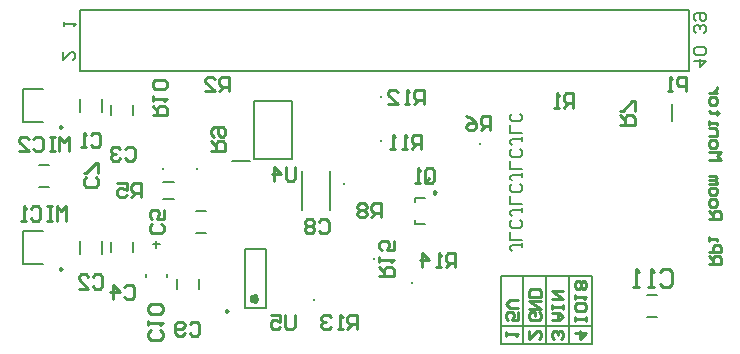
<source format=gbo>
G04*
G04 #@! TF.GenerationSoftware,Altium Limited,Altium Designer,22.3.1 (43)*
G04*
G04 Layer_Color=32896*
%FSLAX25Y25*%
%MOIN*%
G70*
G04*
G04 #@! TF.SameCoordinates,CFB6BFBE-1D4E-4C59-BBC9-44663F7F7C7A*
G04*
G04*
G04 #@! TF.FilePolarity,Positive*
G04*
G01*
G75*
%ADD10C,0.00787*%
%ADD11C,0.00787*%
%ADD13C,0.00591*%
%ADD14C,0.00984*%
%ADD15C,0.01000*%
%ADD77C,0.01575*%
%ADD78C,0.00600*%
D10*
X166890Y3032D02*
X197047D01*
X166890Y9252D02*
X197047D01*
Y3032D02*
Y9252D01*
X166890Y3032D02*
Y9252D01*
Y3071D02*
X197008D01*
X166890Y25709D02*
X197008D01*
Y3071D02*
Y25709D01*
X166890Y3071D02*
Y25709D01*
X53976Y57008D02*
X57913D01*
X53976Y51496D02*
X57913D01*
X215341Y19524D02*
X218675D01*
X215341Y12208D02*
X218675D01*
X26476Y94035D02*
X229429D01*
Y114626D01*
X26476D02*
X229429D01*
X26476Y94035D02*
Y114626D01*
X84488Y64724D02*
X97087D01*
Y84016D01*
X84488D02*
X97087D01*
X84488Y64724D02*
Y84016D01*
X77008Y64114D02*
X83110D01*
X81299Y34843D02*
X88386D01*
X81299Y15157D02*
X88386D01*
Y34843D01*
X81299Y15157D02*
Y34843D01*
X223622Y77559D02*
Y83071D01*
X138209Y43268D02*
Y44646D01*
Y43268D02*
X141358D01*
X138209Y50551D02*
Y51929D01*
X141358D01*
X189370Y3622D02*
Y25669D01*
X174252Y3150D02*
Y25669D01*
X181772Y3071D02*
Y25630D01*
X55394Y25492D02*
Y26398D01*
X48307Y25492D02*
Y26398D01*
X50669Y36378D02*
X53031D01*
X51850Y35197D02*
Y37559D01*
X66059Y21522D02*
Y24856D01*
X58744Y21522D02*
Y24856D01*
X7477Y88051D02*
X14194D01*
X7477Y77224D02*
Y88051D01*
Y77224D02*
X14194D01*
X100519Y47665D02*
Y60681D01*
X109796Y47665D02*
Y60681D01*
X26575Y33307D02*
Y37638D01*
X33661Y33307D02*
Y37638D01*
X7477Y40768D02*
X14194D01*
X7477Y29941D02*
Y40768D01*
Y29941D02*
X14194D01*
X12821Y55437D02*
X16155D01*
X12821Y62752D02*
X16155D01*
X26575Y80630D02*
Y84961D01*
X33661Y80630D02*
Y84961D01*
X36814Y79593D02*
Y82927D01*
X44130Y79593D02*
Y82927D01*
X65026Y47516D02*
X68360D01*
X65026Y40200D02*
X68360D01*
X36814Y33766D02*
Y37100D01*
X44130Y33766D02*
Y37100D01*
D11*
X54055Y61555D02*
D03*
X65512Y61594D02*
D03*
X126713Y85354D02*
D03*
Y70906D02*
D03*
X114469Y56575D02*
D03*
X159685Y69744D02*
D03*
X124469Y31535D02*
D03*
X137146Y23425D02*
D03*
X104508Y17874D02*
D03*
D13*
X173818Y36679D02*
Y35367D01*
Y36023D01*
X170538D01*
X169882Y35367D01*
Y34711D01*
X170538Y34055D01*
X173818Y37991D02*
X169882D01*
Y40615D01*
X173162Y44550D02*
X173818Y43894D01*
Y42582D01*
X173162Y41927D01*
X170538D01*
X169882Y42582D01*
Y43894D01*
X170538Y44550D01*
X173818Y48486D02*
Y47174D01*
Y47830D01*
X170538D01*
X169882Y47174D01*
Y46518D01*
X170538Y45862D01*
X173818Y49798D02*
X169882D01*
Y52422D01*
X173162Y56358D02*
X173818Y55702D01*
Y54390D01*
X173162Y53734D01*
X170538D01*
X169882Y54390D01*
Y55702D01*
X170538Y56358D01*
X173818Y60293D02*
Y58981D01*
Y59637D01*
X170538D01*
X169882Y58981D01*
Y58325D01*
X170538Y57670D01*
X173818Y61605D02*
X169882D01*
Y64229D01*
X173162Y68165D02*
X173818Y67509D01*
Y66197D01*
X173162Y65541D01*
X170538D01*
X169882Y66197D01*
Y67509D01*
X170538Y68165D01*
X173818Y72101D02*
Y70789D01*
Y71445D01*
X170538D01*
X169882Y70789D01*
Y70133D01*
X170538Y69477D01*
X173818Y73413D02*
X169882D01*
Y76036D01*
X173162Y79972D02*
X173818Y79316D01*
Y78004D01*
X173162Y77348D01*
X170538D01*
X169882Y78004D01*
Y79316D01*
X170538Y79972D01*
D14*
X75886Y14153D02*
X75148Y14580D01*
Y13727D01*
X75886Y14153D01*
X145098Y53701D02*
X144360Y54127D01*
Y53275D01*
X145098Y53701D01*
X20469Y75453D02*
X19731Y75879D01*
Y75027D01*
X20469Y75453D01*
Y28169D02*
X19731Y28596D01*
Y27743D01*
X20469Y28169D01*
D15*
X236039Y29740D02*
X239975D01*
Y31708D01*
X239319Y32364D01*
X238007D01*
X237351Y31708D01*
Y29740D01*
Y31052D02*
X236039Y32364D01*
Y33676D02*
X239975D01*
Y35644D01*
X239319Y36300D01*
X238007D01*
X237351Y35644D01*
Y33676D01*
X236039Y37612D02*
Y38923D01*
Y38268D01*
X238663D01*
Y37612D01*
X236039Y44827D02*
X239975D01*
Y46795D01*
X239319Y47451D01*
X238007D01*
X237351Y46795D01*
Y44827D01*
Y46139D02*
X236039Y47451D01*
Y49419D02*
Y50731D01*
X236695Y51387D01*
X238007D01*
X238663Y50731D01*
Y49419D01*
X238007Y48763D01*
X236695D01*
X236039Y49419D01*
Y53355D02*
Y54667D01*
X236695Y55322D01*
X238007D01*
X238663Y54667D01*
Y53355D01*
X238007Y52699D01*
X236695D01*
X236039Y53355D01*
Y56634D02*
X238663D01*
Y57290D01*
X238007Y57946D01*
X236039D01*
X238007D01*
X238663Y58602D01*
X238007Y59258D01*
X236039D01*
Y64506D02*
X239975D01*
X238663Y65818D01*
X239975Y67130D01*
X236039D01*
Y69098D02*
Y70410D01*
X236695Y71065D01*
X238007D01*
X238663Y70410D01*
Y69098D01*
X238007Y68442D01*
X236695D01*
X236039Y69098D01*
Y72377D02*
X238663D01*
Y74345D01*
X238007Y75001D01*
X236039D01*
Y76313D02*
Y77625D01*
Y76969D01*
X238663D01*
Y76313D01*
X239319Y80249D02*
X238663D01*
Y79593D01*
Y80905D01*
Y80249D01*
X236695D01*
X236039Y80905D01*
Y83529D02*
Y84841D01*
X236695Y85496D01*
X238007D01*
X238663Y84841D01*
Y83529D01*
X238007Y82873D01*
X236695D01*
X236039Y83529D01*
X238663Y86808D02*
X236039D01*
X237351D01*
X238007Y87464D01*
X238663Y88120D01*
Y88776D01*
X195251Y10921D02*
Y12233D01*
Y11577D01*
X191315D01*
Y10921D01*
Y12233D01*
X195251Y16169D02*
Y14857D01*
X194595Y14201D01*
X191971D01*
X191315Y14857D01*
Y16169D01*
X191971Y16825D01*
X194595D01*
X195251Y16169D01*
X191315Y18137D02*
Y19449D01*
Y18793D01*
X195251D01*
X194595Y18137D01*
Y21417D02*
X195251Y22072D01*
Y23384D01*
X194595Y24040D01*
X193939D01*
X193283Y23384D01*
X192627Y24040D01*
X191971D01*
X191315Y23384D01*
Y22072D01*
X191971Y21417D01*
X192627D01*
X193283Y22072D01*
X193939Y21417D01*
X194595D01*
X193283Y22072D02*
Y23384D01*
X183638Y11000D02*
X186262D01*
X187574Y12312D01*
X186262Y13624D01*
X183638D01*
X185606D01*
Y11000D01*
X187574Y14936D02*
Y16248D01*
Y15592D01*
X183638D01*
Y14936D01*
Y16248D01*
Y18215D02*
X187574D01*
X183638Y20839D01*
X187574D01*
X179319Y13663D02*
X179975Y13007D01*
Y11695D01*
X179319Y11039D01*
X176695D01*
X176039Y11695D01*
Y13007D01*
X176695Y13663D01*
X178007D01*
Y12351D01*
X176039Y14975D02*
X179975D01*
X176039Y17599D01*
X179975D01*
Y18911D02*
X176039D01*
Y20879D01*
X176695Y21535D01*
X179319D01*
X179975Y20879D01*
Y18911D01*
X168520Y5882D02*
Y7194D01*
Y6538D01*
X172455D01*
X171800Y5882D01*
X186918Y4898D02*
X187574Y5554D01*
Y6865D01*
X186918Y7521D01*
X186262D01*
X185606Y6865D01*
Y6210D01*
Y6865D01*
X184950Y7521D01*
X184294D01*
X183638Y6865D01*
Y5554D01*
X184294Y4898D01*
X176039Y7521D02*
Y4898D01*
X178663Y7521D01*
X179319D01*
X179975Y6865D01*
Y5554D01*
X179319Y4898D01*
X191276Y6865D02*
X195211D01*
X193244Y4898D01*
Y7521D01*
X172455Y13742D02*
Y11118D01*
X170488D01*
X171143Y12430D01*
Y13086D01*
X170488Y13742D01*
X169176D01*
X168520Y13086D01*
Y11774D01*
X169176Y11118D01*
X172455Y15054D02*
X169832D01*
X168520Y16366D01*
X169832Y17678D01*
X172455D01*
X219704Y26999D02*
X220704Y27999D01*
X222703D01*
X223703Y26999D01*
Y23001D01*
X222703Y22001D01*
X220704D01*
X219704Y23001D01*
X217705Y22001D02*
X215705D01*
X216705D01*
Y27999D01*
X217705Y26999D01*
X212706Y22001D02*
X210707D01*
X211706D01*
Y27999D01*
X212706Y26999D01*
X141299Y57756D02*
Y60905D01*
X142086Y61692D01*
X143661D01*
X144448Y60905D01*
Y57756D01*
X143661Y56969D01*
X142086D01*
X142874Y58544D02*
X141299Y56969D01*
X142086D02*
X141299Y57756D01*
X139725Y56969D02*
X138151D01*
X138938D01*
Y61692D01*
X139725Y60905D01*
X97952Y12755D02*
Y8819D01*
X97164Y8032D01*
X95590D01*
X94803Y8819D01*
Y12755D01*
X90080D02*
X93229D01*
Y10394D01*
X91654Y11181D01*
X90867D01*
X90080Y10394D01*
Y8819D01*
X90867Y8032D01*
X92441D01*
X93229Y8819D01*
X98148Y62283D02*
Y58347D01*
X97361Y57560D01*
X95787D01*
X95000Y58347D01*
Y62283D01*
X91064Y57560D02*
Y62283D01*
X93426Y59921D01*
X90277D01*
X126261Y25711D02*
X130983D01*
Y28072D01*
X130196Y28859D01*
X128622D01*
X127835Y28072D01*
Y25711D01*
Y27285D02*
X126261Y28859D01*
Y30433D02*
Y32008D01*
Y31221D01*
X130983D01*
X130196Y30433D01*
X130983Y37518D02*
Y34369D01*
X128622D01*
X129409Y35943D01*
Y36731D01*
X128622Y37518D01*
X127048D01*
X126261Y36731D01*
Y35156D01*
X127048Y34369D01*
X151494Y28662D02*
Y33385D01*
X149133D01*
X148346Y32598D01*
Y31024D01*
X149133Y30237D01*
X151494D01*
X149920D02*
X148346Y28662D01*
X146771D02*
X145197D01*
X145984D01*
Y33385D01*
X146771Y32598D01*
X140474Y28662D02*
Y33385D01*
X142835Y31024D01*
X139687D01*
X118738Y8111D02*
Y12834D01*
X116377D01*
X115590Y12047D01*
Y10473D01*
X116377Y9685D01*
X118738D01*
X117164D02*
X115590Y8111D01*
X114015D02*
X112441D01*
X113228D01*
Y12834D01*
X114015Y12047D01*
X110080D02*
X109292Y12834D01*
X107718D01*
X106931Y12047D01*
Y11260D01*
X107718Y10473D01*
X108505D01*
X107718D01*
X106931Y9685D01*
Y8898D01*
X107718Y8111D01*
X109292D01*
X110080Y8898D01*
X140943Y83072D02*
Y87795D01*
X138582D01*
X137794Y87007D01*
Y85433D01*
X138582Y84646D01*
X140943D01*
X139369D02*
X137794Y83072D01*
X136220D02*
X134646D01*
X135433D01*
Y87795D01*
X136220Y87007D01*
X129136Y83072D02*
X132284D01*
X129136Y86220D01*
Y87007D01*
X129923Y87795D01*
X131497D01*
X132284Y87007D01*
X140156Y68111D02*
Y72834D01*
X137794D01*
X137007Y72047D01*
Y70472D01*
X137794Y69685D01*
X140156D01*
X138582D02*
X137007Y68111D01*
X135433D02*
X133859D01*
X134646D01*
Y72834D01*
X135433Y72047D01*
X131497Y68111D02*
X129923D01*
X130710D01*
Y72834D01*
X131497Y72047D01*
X50631Y79411D02*
X55354D01*
Y81773D01*
X54566Y82560D01*
X52992D01*
X52205Y81773D01*
Y79411D01*
Y80986D02*
X50631Y82560D01*
Y84134D02*
Y85708D01*
Y84921D01*
X55354D01*
X54566Y84134D01*
Y88070D02*
X55354Y88857D01*
Y90431D01*
X54566Y91219D01*
X51418D01*
X50631Y90431D01*
Y88857D01*
X51418Y88070D01*
X54566D01*
X70207Y67550D02*
X74930D01*
Y69912D01*
X74143Y70699D01*
X72569D01*
X71782Y69912D01*
Y67550D01*
Y69125D02*
X70207Y70699D01*
X70995Y72273D02*
X70207Y73061D01*
Y74635D01*
X70995Y75422D01*
X74143D01*
X74930Y74635D01*
Y73061D01*
X74143Y72273D01*
X73356D01*
X72569Y73061D01*
Y75422D01*
X126731Y45355D02*
Y50078D01*
X124370D01*
X123582Y49291D01*
Y47717D01*
X124370Y46929D01*
X126731D01*
X125157D02*
X123582Y45355D01*
X122008Y49291D02*
X121221Y50078D01*
X119647D01*
X118860Y49291D01*
Y48504D01*
X119647Y47717D01*
X118860Y46929D01*
Y46142D01*
X119647Y45355D01*
X121221D01*
X122008Y46142D01*
Y46929D01*
X121221Y47717D01*
X122008Y48504D01*
Y49291D01*
X121221Y47717D02*
X119647D01*
X206576Y76261D02*
X211298D01*
Y78623D01*
X210511Y79410D01*
X208937D01*
X208150Y78623D01*
Y76261D01*
Y77835D02*
X206576Y79410D01*
X211298Y80984D02*
Y84133D01*
X210511D01*
X207363Y80984D01*
X206576D01*
X163109Y74410D02*
Y79133D01*
X160748D01*
X159960Y78346D01*
Y76772D01*
X160748Y75985D01*
X163109D01*
X161535D02*
X159960Y74410D01*
X155237Y79133D02*
X156812Y78346D01*
X158386Y76772D01*
Y75197D01*
X157599Y74410D01*
X156025D01*
X155237Y75197D01*
Y75985D01*
X156025Y76772D01*
X158386D01*
X46731Y52009D02*
Y56731D01*
X44370D01*
X43582Y55944D01*
Y54370D01*
X44370Y53583D01*
X46731D01*
X45157D02*
X43582Y52009D01*
X38860Y56731D02*
X42008D01*
Y54370D01*
X40434Y55157D01*
X39647D01*
X38860Y54370D01*
Y52796D01*
X39647Y52009D01*
X41221D01*
X42008Y52796D01*
X76022Y87402D02*
Y92125D01*
X73661D01*
X72874Y91338D01*
Y89764D01*
X73661Y88977D01*
X76022D01*
X74448D02*
X72874Y87402D01*
X68151D02*
X71299D01*
X68151Y90551D01*
Y91338D01*
X68938Y92125D01*
X70512D01*
X71299Y91338D01*
X190826Y81969D02*
Y86692D01*
X188464D01*
X187677Y85905D01*
Y84331D01*
X188464Y83544D01*
X190826D01*
X189251D02*
X187677Y81969D01*
X186103D02*
X184529D01*
X185316D01*
Y86692D01*
X186103Y85905D01*
X22674Y67442D02*
Y72165D01*
X21100Y70590D01*
X19526Y72165D01*
Y67442D01*
X17952Y72165D02*
X16377D01*
X17165D01*
Y67442D01*
X17952D01*
X16377D01*
X10867Y71377D02*
X11654Y72165D01*
X13229D01*
X14016Y71377D01*
Y68229D01*
X13229Y67442D01*
X11654D01*
X10867Y68229D01*
X6144Y67442D02*
X9293D01*
X6144Y70590D01*
Y71377D01*
X6932Y72165D01*
X8506D01*
X9293Y71377D01*
X21809Y44292D02*
Y49015D01*
X20234Y47441D01*
X18660Y49015D01*
Y44292D01*
X17086Y49015D02*
X15511D01*
X16299D01*
Y44292D01*
X17086D01*
X15511D01*
X10001Y48228D02*
X10789Y49015D01*
X12363D01*
X13150Y48228D01*
Y45079D01*
X12363Y44292D01*
X10789D01*
X10001Y45079D01*
X8427Y44292D02*
X6853D01*
X7640D01*
Y49015D01*
X8427Y48228D01*
X53189Y7757D02*
X53976Y6970D01*
Y5395D01*
X53189Y4608D01*
X50040D01*
X49253Y5395D01*
Y6970D01*
X50040Y7757D01*
X49253Y9331D02*
Y10905D01*
Y10118D01*
X53976D01*
X53189Y9331D01*
Y13267D02*
X53976Y14054D01*
Y15628D01*
X53189Y16415D01*
X50040D01*
X49253Y15628D01*
Y14054D01*
X50040Y13267D01*
X53189D01*
X62953Y9842D02*
X63740Y10629D01*
X65314D01*
X66101Y9842D01*
Y6693D01*
X65314Y5906D01*
X63740D01*
X62953Y6693D01*
X61378D02*
X60591Y5906D01*
X59017D01*
X58230Y6693D01*
Y9842D01*
X59017Y10629D01*
X60591D01*
X61378Y9842D01*
Y9055D01*
X60591Y8268D01*
X58230D01*
X106141Y43936D02*
X106929Y44724D01*
X108503D01*
X109290Y43936D01*
Y40788D01*
X108503Y40001D01*
X106929D01*
X106141Y40788D01*
X104567Y43936D02*
X103780Y44724D01*
X102206D01*
X101419Y43936D01*
Y43149D01*
X102206Y42362D01*
X101419Y41575D01*
Y40788D01*
X102206Y40001D01*
X103780D01*
X104567Y40788D01*
Y41575D01*
X103780Y42362D01*
X104567Y43149D01*
Y43936D01*
X103780Y42362D02*
X102206D01*
X31653Y58701D02*
X32440Y57914D01*
Y56340D01*
X31653Y55552D01*
X28504D01*
X27717Y56340D01*
Y57914D01*
X28504Y58701D01*
X32440Y60275D02*
Y63424D01*
X31653D01*
X28504Y60275D01*
X27717D01*
X53582Y43189D02*
X54369Y42402D01*
Y40828D01*
X53582Y40041D01*
X50434D01*
X49646Y40828D01*
Y42402D01*
X50434Y43189D01*
X54369Y47912D02*
Y44763D01*
X52008D01*
X52795Y46338D01*
Y47125D01*
X52008Y47912D01*
X50434D01*
X49646Y47125D01*
Y45551D01*
X50434Y44763D01*
X41260Y22086D02*
X42047Y22873D01*
X43621D01*
X44408Y22086D01*
Y18937D01*
X43621Y18150D01*
X42047D01*
X41260Y18937D01*
X37324Y18150D02*
Y22873D01*
X39685Y20512D01*
X36537D01*
X41496Y68189D02*
X42283Y68976D01*
X43857D01*
X44644Y68189D01*
Y65040D01*
X43857Y64253D01*
X42283D01*
X41496Y65040D01*
X39922Y68189D02*
X39134Y68976D01*
X37560D01*
X36773Y68189D01*
Y67401D01*
X37560Y66614D01*
X38347D01*
X37560D01*
X36773Y65827D01*
Y65040D01*
X37560Y64253D01*
X39134D01*
X39922Y65040D01*
X30787Y25551D02*
X31574Y26338D01*
X33149D01*
X33936Y25551D01*
Y22402D01*
X33149Y21615D01*
X31574D01*
X30787Y22402D01*
X26064Y21615D02*
X29213D01*
X26064Y24764D01*
Y25551D01*
X26851Y26338D01*
X28426D01*
X29213Y25551D01*
X30039Y72755D02*
X30827Y73542D01*
X32401D01*
X33188Y72755D01*
Y69607D01*
X32401Y68820D01*
X30827D01*
X30039Y69607D01*
X28465Y68820D02*
X26891D01*
X27678D01*
Y73542D01*
X28465Y72755D01*
X228582Y87520D02*
Y92243D01*
X226220D01*
X225433Y91456D01*
Y89882D01*
X226220Y89095D01*
X228582D01*
X223859Y87520D02*
X222285D01*
X223072D01*
Y92243D01*
X223859Y91456D01*
D77*
X85236Y18307D02*
X84692Y19056D01*
X83812Y18770D01*
Y17844D01*
X84692Y17558D01*
X85236Y18307D01*
D78*
X20945Y109291D02*
Y110624D01*
Y109958D01*
X24944D01*
X24277Y109291D01*
X20748Y100343D02*
Y97677D01*
X23414Y100343D01*
X24080D01*
X24747Y99677D01*
Y98344D01*
X24080Y97677D01*
X231024Y97590D02*
X235022D01*
X233023Y95591D01*
Y98256D01*
X234356Y99589D02*
X235022Y100256D01*
Y101589D01*
X234356Y102255D01*
X231690D01*
X231024Y101589D01*
Y100256D01*
X231690Y99589D01*
X234356D01*
X234395Y106890D02*
X235062Y107556D01*
Y108889D01*
X234395Y109556D01*
X233729D01*
X233062Y108889D01*
Y108223D01*
Y108889D01*
X232396Y109556D01*
X231729D01*
X231063Y108889D01*
Y107556D01*
X231729Y106890D01*
Y110889D02*
X231063Y111555D01*
Y112888D01*
X231729Y113554D01*
X234395D01*
X235062Y112888D01*
Y111555D01*
X234395Y110889D01*
X233729D01*
X233062Y111555D01*
Y113554D01*
M02*

</source>
